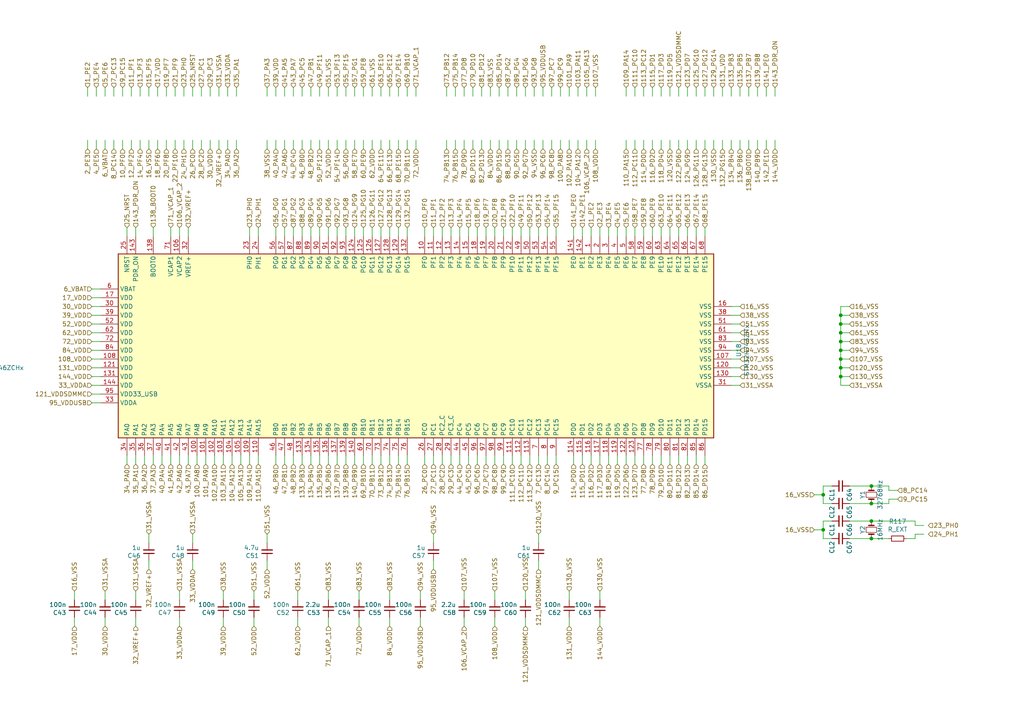
<source format=kicad_sch>
(kicad_sch (version 20210621) (generator eeschema)
  (paper "A4")
  (junction (at 238.76 143.51) (diameter 0.9144))
  (junction (at 238.76 153.67) (diameter 0.9144))
  (junction (at 243.84 91.44) (diameter 0.9144))
  (junction (at 243.84 93.98) (diameter 0.9144))
  (junction (at 243.84 96.52) (diameter 0.9144))
  (junction (at 243.84 99.06) (diameter 0.9144))
  (junction (at 243.84 101.6) (diameter 0.9144))
  (junction (at 243.84 104.14) (diameter 0.9144))
  (junction (at 243.84 106.68) (diameter 0.9144))
  (junction (at 243.84 109.22) (diameter 0.9144))
  (junction (at 252.73 140.97) (diameter 0.9144))
  (junction (at 252.73 146.05) (diameter 0.9144))
  (junction (at 252.73 151.13) (diameter 0.9144))
  (junction (at 252.73 156.21) (diameter 0.9144))
  (wire (pts (xy 21.59 173.99) (xy 21.59 171.45)))
  (wire (pts (xy 21.59 181.61) (xy 21.59 179.07)))
  (wire (pts (xy 25.4 25.4) (xy 25.4 27.94)))
  (wire (pts (xy 25.4 43.18) (xy 25.4 40.64)))
  (wire (pts (xy 26.67 83.82) (xy 29.21 83.82)))
  (wire (pts (xy 26.67 86.36) (xy 29.21 86.36)))
  (wire (pts (xy 26.67 88.9) (xy 29.21 88.9)))
  (wire (pts (xy 26.67 91.44) (xy 29.21 91.44)))
  (wire (pts (xy 26.67 93.98) (xy 29.21 93.98)))
  (wire (pts (xy 26.67 96.52) (xy 29.21 96.52)))
  (wire (pts (xy 26.67 99.06) (xy 29.21 99.06)))
  (wire (pts (xy 26.67 101.6) (xy 29.21 101.6)))
  (wire (pts (xy 26.67 104.14) (xy 29.21 104.14)))
  (wire (pts (xy 26.67 106.68) (xy 29.21 106.68)))
  (wire (pts (xy 26.67 109.22) (xy 29.21 109.22)))
  (wire (pts (xy 26.67 111.76) (xy 29.21 111.76)))
  (wire (pts (xy 26.67 114.3) (xy 29.21 114.3)))
  (wire (pts (xy 26.67 116.84) (xy 29.21 116.84)))
  (wire (pts (xy 27.94 25.4) (xy 27.94 27.94)))
  (wire (pts (xy 27.94 43.18) (xy 27.94 40.64)))
  (wire (pts (xy 30.48 25.4) (xy 30.48 27.94)))
  (wire (pts (xy 30.48 43.18) (xy 30.48 40.64)))
  (wire (pts (xy 30.48 173.99) (xy 30.48 171.45)))
  (wire (pts (xy 30.48 181.61) (xy 30.48 179.07)))
  (wire (pts (xy 33.02 25.4) (xy 33.02 27.94)))
  (wire (pts (xy 33.02 43.18) (xy 33.02 40.64)))
  (wire (pts (xy 35.56 25.4) (xy 35.56 27.94)))
  (wire (pts (xy 35.56 43.18) (xy 35.56 40.64)))
  (wire (pts (xy 36.83 66.04) (xy 36.83 68.58)))
  (wire (pts (xy 36.83 134.62) (xy 36.83 132.08)))
  (wire (pts (xy 38.1 25.4) (xy 38.1 27.94)))
  (wire (pts (xy 38.1 43.18) (xy 38.1 40.64)))
  (wire (pts (xy 39.37 66.04) (xy 39.37 68.58)))
  (wire (pts (xy 39.37 134.62) (xy 39.37 132.08)))
  (wire (pts (xy 39.37 173.99) (xy 39.37 171.45)))
  (wire (pts (xy 39.37 181.61) (xy 39.37 179.07)))
  (wire (pts (xy 40.64 25.4) (xy 40.64 27.94)))
  (wire (pts (xy 40.64 43.18) (xy 40.64 40.64)))
  (wire (pts (xy 41.91 134.62) (xy 41.91 132.08)))
  (wire (pts (xy 43.18 25.4) (xy 43.18 27.94)))
  (wire (pts (xy 43.18 43.18) (xy 43.18 40.64)))
  (wire (pts (xy 43.18 157.48) (xy 43.18 154.94)))
  (wire (pts (xy 43.18 165.1) (xy 43.18 162.56)))
  (wire (pts (xy 44.45 66.04) (xy 44.45 68.58)))
  (wire (pts (xy 44.45 134.62) (xy 44.45 132.08)))
  (wire (pts (xy 45.72 25.4) (xy 45.72 27.94)))
  (wire (pts (xy 45.72 43.18) (xy 45.72 40.64)))
  (wire (pts (xy 46.99 134.62) (xy 46.99 132.08)))
  (wire (pts (xy 48.26 25.4) (xy 48.26 27.94)))
  (wire (pts (xy 48.26 43.18) (xy 48.26 40.64)))
  (wire (pts (xy 49.53 66.04) (xy 49.53 68.58)))
  (wire (pts (xy 49.53 134.62) (xy 49.53 132.08)))
  (wire (pts (xy 50.8 25.4) (xy 50.8 27.94)))
  (wire (pts (xy 50.8 43.18) (xy 50.8 40.64)))
  (wire (pts (xy 52.07 66.04) (xy 52.07 68.58)))
  (wire (pts (xy 52.07 134.62) (xy 52.07 132.08)))
  (wire (pts (xy 52.07 173.99) (xy 52.07 171.45)))
  (wire (pts (xy 52.07 181.61) (xy 52.07 179.07)))
  (wire (pts (xy 53.34 25.4) (xy 53.34 27.94)))
  (wire (pts (xy 53.34 43.18) (xy 53.34 40.64)))
  (wire (pts (xy 54.61 66.04) (xy 54.61 68.58)))
  (wire (pts (xy 54.61 134.62) (xy 54.61 132.08)))
  (wire (pts (xy 55.88 25.4) (xy 55.88 27.94)))
  (wire (pts (xy 55.88 43.18) (xy 55.88 40.64)))
  (wire (pts (xy 55.88 157.48) (xy 55.88 154.94)))
  (wire (pts (xy 55.88 165.1) (xy 55.88 162.56)))
  (wire (pts (xy 57.15 134.62) (xy 57.15 132.08)))
  (wire (pts (xy 58.42 25.4) (xy 58.42 27.94)))
  (wire (pts (xy 58.42 43.18) (xy 58.42 40.64)))
  (wire (pts (xy 59.69 134.62) (xy 59.69 132.08)))
  (wire (pts (xy 60.96 25.4) (xy 60.96 27.94)))
  (wire (pts (xy 60.96 43.18) (xy 60.96 40.64)))
  (wire (pts (xy 62.23 134.62) (xy 62.23 132.08)))
  (wire (pts (xy 63.5 25.4) (xy 63.5 27.94)))
  (wire (pts (xy 63.5 43.18) (xy 63.5 40.64)))
  (wire (pts (xy 64.77 134.62) (xy 64.77 132.08)))
  (wire (pts (xy 64.77 173.99) (xy 64.77 171.45)))
  (wire (pts (xy 64.77 181.61) (xy 64.77 179.07)))
  (wire (pts (xy 66.04 25.4) (xy 66.04 27.94)))
  (wire (pts (xy 66.04 43.18) (xy 66.04 40.64)))
  (wire (pts (xy 67.31 134.62) (xy 67.31 132.08)))
  (wire (pts (xy 68.58 25.4) (xy 68.58 27.94)))
  (wire (pts (xy 68.58 43.18) (xy 68.58 40.64)))
  (wire (pts (xy 69.85 134.62) (xy 69.85 132.08)))
  (wire (pts (xy 72.39 66.04) (xy 72.39 68.58)))
  (wire (pts (xy 72.39 134.62) (xy 72.39 132.08)))
  (wire (pts (xy 73.66 173.99) (xy 73.66 171.45)))
  (wire (pts (xy 73.66 181.61) (xy 73.66 179.07)))
  (wire (pts (xy 74.93 66.04) (xy 74.93 68.58)))
  (wire (pts (xy 74.93 134.62) (xy 74.93 132.08)))
  (wire (pts (xy 77.47 25.4) (xy 77.47 27.94)))
  (wire (pts (xy 77.47 43.18) (xy 77.47 40.64)))
  (wire (pts (xy 77.47 157.48) (xy 77.47 154.94)))
  (wire (pts (xy 77.47 165.1) (xy 77.47 162.56)))
  (wire (pts (xy 80.01 25.4) (xy 80.01 27.94)))
  (wire (pts (xy 80.01 43.18) (xy 80.01 40.64)))
  (wire (pts (xy 80.01 66.04) (xy 80.01 68.58)))
  (wire (pts (xy 80.01 134.62) (xy 80.01 132.08)))
  (wire (pts (xy 82.55 25.4) (xy 82.55 27.94)))
  (wire (pts (xy 82.55 43.18) (xy 82.55 40.64)))
  (wire (pts (xy 82.55 66.04) (xy 82.55 68.58)))
  (wire (pts (xy 82.55 134.62) (xy 82.55 132.08)))
  (wire (pts (xy 85.09 25.4) (xy 85.09 27.94)))
  (wire (pts (xy 85.09 43.18) (xy 85.09 40.64)))
  (wire (pts (xy 85.09 66.04) (xy 85.09 68.58)))
  (wire (pts (xy 85.09 134.62) (xy 85.09 132.08)))
  (wire (pts (xy 86.36 173.99) (xy 86.36 171.45)))
  (wire (pts (xy 86.36 181.61) (xy 86.36 179.07)))
  (wire (pts (xy 87.63 25.4) (xy 87.63 27.94)))
  (wire (pts (xy 87.63 43.18) (xy 87.63 40.64)))
  (wire (pts (xy 87.63 66.04) (xy 87.63 68.58)))
  (wire (pts (xy 87.63 134.62) (xy 87.63 132.08)))
  (wire (pts (xy 90.17 25.4) (xy 90.17 27.94)))
  (wire (pts (xy 90.17 43.18) (xy 90.17 40.64)))
  (wire (pts (xy 90.17 66.04) (xy 90.17 68.58)))
  (wire (pts (xy 90.17 134.62) (xy 90.17 132.08)))
  (wire (pts (xy 92.71 25.4) (xy 92.71 27.94)))
  (wire (pts (xy 92.71 43.18) (xy 92.71 40.64)))
  (wire (pts (xy 92.71 66.04) (xy 92.71 68.58)))
  (wire (pts (xy 92.71 134.62) (xy 92.71 132.08)))
  (wire (pts (xy 95.25 25.4) (xy 95.25 27.94)))
  (wire (pts (xy 95.25 43.18) (xy 95.25 40.64)))
  (wire (pts (xy 95.25 66.04) (xy 95.25 68.58)))
  (wire (pts (xy 95.25 134.62) (xy 95.25 132.08)))
  (wire (pts (xy 95.25 173.99) (xy 95.25 171.45)))
  (wire (pts (xy 95.25 181.61) (xy 95.25 179.07)))
  (wire (pts (xy 97.79 25.4) (xy 97.79 27.94)))
  (wire (pts (xy 97.79 43.18) (xy 97.79 40.64)))
  (wire (pts (xy 97.79 66.04) (xy 97.79 68.58)))
  (wire (pts (xy 97.79 134.62) (xy 97.79 132.08)))
  (wire (pts (xy 100.33 25.4) (xy 100.33 27.94)))
  (wire (pts (xy 100.33 43.18) (xy 100.33 40.64)))
  (wire (pts (xy 100.33 66.04) (xy 100.33 68.58)))
  (wire (pts (xy 100.33 134.62) (xy 100.33 132.08)))
  (wire (pts (xy 102.87 25.4) (xy 102.87 27.94)))
  (wire (pts (xy 102.87 43.18) (xy 102.87 40.64)))
  (wire (pts (xy 102.87 66.04) (xy 102.87 68.58)))
  (wire (pts (xy 102.87 134.62) (xy 102.87 132.08)))
  (wire (pts (xy 104.14 173.99) (xy 104.14 171.45)))
  (wire (pts (xy 104.14 181.61) (xy 104.14 179.07)))
  (wire (pts (xy 105.41 25.4) (xy 105.41 27.94)))
  (wire (pts (xy 105.41 43.18) (xy 105.41 40.64)))
  (wire (pts (xy 105.41 66.04) (xy 105.41 68.58)))
  (wire (pts (xy 105.41 134.62) (xy 105.41 132.08)))
  (wire (pts (xy 107.95 25.4) (xy 107.95 27.94)))
  (wire (pts (xy 107.95 43.18) (xy 107.95 40.64)))
  (wire (pts (xy 107.95 66.04) (xy 107.95 68.58)))
  (wire (pts (xy 107.95 134.62) (xy 107.95 132.08)))
  (wire (pts (xy 110.49 25.4) (xy 110.49 27.94)))
  (wire (pts (xy 110.49 43.18) (xy 110.49 40.64)))
  (wire (pts (xy 110.49 66.04) (xy 110.49 68.58)))
  (wire (pts (xy 110.49 134.62) (xy 110.49 132.08)))
  (wire (pts (xy 113.03 25.4) (xy 113.03 27.94)))
  (wire (pts (xy 113.03 43.18) (xy 113.03 40.64)))
  (wire (pts (xy 113.03 66.04) (xy 113.03 68.58)))
  (wire (pts (xy 113.03 134.62) (xy 113.03 132.08)))
  (wire (pts (xy 113.03 173.99) (xy 113.03 171.45)))
  (wire (pts (xy 113.03 181.61) (xy 113.03 179.07)))
  (wire (pts (xy 115.57 25.4) (xy 115.57 27.94)))
  (wire (pts (xy 115.57 43.18) (xy 115.57 40.64)))
  (wire (pts (xy 115.57 66.04) (xy 115.57 68.58)))
  (wire (pts (xy 115.57 134.62) (xy 115.57 132.08)))
  (wire (pts (xy 118.11 25.4) (xy 118.11 27.94)))
  (wire (pts (xy 118.11 43.18) (xy 118.11 40.64)))
  (wire (pts (xy 118.11 66.04) (xy 118.11 68.58)))
  (wire (pts (xy 118.11 134.62) (xy 118.11 132.08)))
  (wire (pts (xy 120.65 25.4) (xy 120.65 27.94)))
  (wire (pts (xy 120.65 43.18) (xy 120.65 40.64)))
  (wire (pts (xy 121.92 173.99) (xy 121.92 171.45)))
  (wire (pts (xy 121.92 181.61) (xy 121.92 179.07)))
  (wire (pts (xy 123.19 66.04) (xy 123.19 68.58)))
  (wire (pts (xy 123.19 134.62) (xy 123.19 132.08)))
  (wire (pts (xy 125.73 66.04) (xy 125.73 68.58)))
  (wire (pts (xy 125.73 134.62) (xy 125.73 132.08)))
  (wire (pts (xy 125.73 157.48) (xy 125.73 154.94)))
  (wire (pts (xy 125.73 165.1) (xy 125.73 162.56)))
  (wire (pts (xy 128.27 66.04) (xy 128.27 68.58)))
  (wire (pts (xy 128.27 134.62) (xy 128.27 132.08)))
  (wire (pts (xy 129.54 25.4) (xy 129.54 27.94)))
  (wire (pts (xy 129.54 43.18) (xy 129.54 40.64)))
  (wire (pts (xy 130.81 66.04) (xy 130.81 68.58)))
  (wire (pts (xy 130.81 134.62) (xy 130.81 132.08)))
  (wire (pts (xy 132.08 25.4) (xy 132.08 27.94)))
  (wire (pts (xy 132.08 43.18) (xy 132.08 40.64)))
  (wire (pts (xy 133.35 66.04) (xy 133.35 68.58)))
  (wire (pts (xy 133.35 134.62) (xy 133.35 132.08)))
  (wire (pts (xy 134.62 25.4) (xy 134.62 27.94)))
  (wire (pts (xy 134.62 43.18) (xy 134.62 40.64)))
  (wire (pts (xy 134.62 173.99) (xy 134.62 171.45)))
  (wire (pts (xy 134.62 181.61) (xy 134.62 179.07)))
  (wire (pts (xy 135.89 66.04) (xy 135.89 68.58)))
  (wire (pts (xy 135.89 134.62) (xy 135.89 132.08)))
  (wire (pts (xy 137.16 25.4) (xy 137.16 27.94)))
  (wire (pts (xy 137.16 43.18) (xy 137.16 40.64)))
  (wire (pts (xy 138.43 66.04) (xy 138.43 68.58)))
  (wire (pts (xy 138.43 134.62) (xy 138.43 132.08)))
  (wire (pts (xy 139.7 25.4) (xy 139.7 27.94)))
  (wire (pts (xy 139.7 43.18) (xy 139.7 40.64)))
  (wire (pts (xy 140.97 66.04) (xy 140.97 68.58)))
  (wire (pts (xy 140.97 134.62) (xy 140.97 132.08)))
  (wire (pts (xy 142.24 25.4) (xy 142.24 27.94)))
  (wire (pts (xy 142.24 43.18) (xy 142.24 40.64)))
  (wire (pts (xy 143.51 66.04) (xy 143.51 68.58)))
  (wire (pts (xy 143.51 134.62) (xy 143.51 132.08)))
  (wire (pts (xy 143.51 173.99) (xy 143.51 171.45)))
  (wire (pts (xy 143.51 181.61) (xy 143.51 179.07)))
  (wire (pts (xy 144.78 25.4) (xy 144.78 27.94)))
  (wire (pts (xy 144.78 43.18) (xy 144.78 40.64)))
  (wire (pts (xy 146.05 66.04) (xy 146.05 68.58)))
  (wire (pts (xy 146.05 134.62) (xy 146.05 132.08)))
  (wire (pts (xy 147.32 25.4) (xy 147.32 27.94)))
  (wire (pts (xy 147.32 43.18) (xy 147.32 40.64)))
  (wire (pts (xy 148.59 66.04) (xy 148.59 68.58)))
  (wire (pts (xy 148.59 134.62) (xy 148.59 132.08)))
  (wire (pts (xy 149.86 25.4) (xy 149.86 27.94)))
  (wire (pts (xy 149.86 43.18) (xy 149.86 40.64)))
  (wire (pts (xy 151.13 66.04) (xy 151.13 68.58)))
  (wire (pts (xy 151.13 134.62) (xy 151.13 132.08)))
  (wire (pts (xy 152.4 25.4) (xy 152.4 27.94)))
  (wire (pts (xy 152.4 43.18) (xy 152.4 40.64)))
  (wire (pts (xy 152.4 173.99) (xy 152.4 171.45)))
  (wire (pts (xy 152.4 181.61) (xy 152.4 179.07)))
  (wire (pts (xy 153.67 66.04) (xy 153.67 68.58)))
  (wire (pts (xy 153.67 134.62) (xy 153.67 132.08)))
  (wire (pts (xy 154.94 25.4) (xy 154.94 27.94)))
  (wire (pts (xy 154.94 40.64) (xy 154.94 43.18)))
  (wire (pts (xy 156.21 66.04) (xy 156.21 68.58)))
  (wire (pts (xy 156.21 134.62) (xy 156.21 132.08)))
  (wire (pts (xy 156.21 157.48) (xy 156.21 154.94)))
  (wire (pts (xy 156.21 165.1) (xy 156.21 162.56)))
  (wire (pts (xy 157.48 25.4) (xy 157.48 27.94)))
  (wire (pts (xy 157.48 43.18) (xy 157.48 40.64)))
  (wire (pts (xy 158.75 66.04) (xy 158.75 68.58)))
  (wire (pts (xy 158.75 134.62) (xy 158.75 132.08)))
  (wire (pts (xy 160.02 25.4) (xy 160.02 27.94)))
  (wire (pts (xy 160.02 43.18) (xy 160.02 40.64)))
  (wire (pts (xy 161.29 66.04) (xy 161.29 68.58)))
  (wire (pts (xy 161.29 134.62) (xy 161.29 132.08)))
  (wire (pts (xy 162.56 25.4) (xy 162.56 27.94)))
  (wire (pts (xy 162.56 43.18) (xy 162.56 40.64)))
  (wire (pts (xy 165.1 25.4) (xy 165.1 27.94)))
  (wire (pts (xy 165.1 43.18) (xy 165.1 40.64)))
  (wire (pts (xy 165.1 173.99) (xy 165.1 171.45)))
  (wire (pts (xy 165.1 181.61) (xy 165.1 179.07)))
  (wire (pts (xy 166.37 66.04) (xy 166.37 68.58)))
  (wire (pts (xy 166.37 134.62) (xy 166.37 132.08)))
  (wire (pts (xy 167.64 25.4) (xy 167.64 27.94)))
  (wire (pts (xy 167.64 43.18) (xy 167.64 40.64)))
  (wire (pts (xy 168.91 66.04) (xy 168.91 68.58)))
  (wire (pts (xy 168.91 134.62) (xy 168.91 132.08)))
  (wire (pts (xy 170.18 25.4) (xy 170.18 27.94)))
  (wire (pts (xy 170.18 43.18) (xy 170.18 40.64)))
  (wire (pts (xy 171.45 66.04) (xy 171.45 68.58)))
  (wire (pts (xy 171.45 134.62) (xy 171.45 132.08)))
  (wire (pts (xy 172.72 25.4) (xy 172.72 27.94)))
  (wire (pts (xy 172.72 43.18) (xy 172.72 40.64)))
  (wire (pts (xy 173.99 66.04) (xy 173.99 68.58)))
  (wire (pts (xy 173.99 134.62) (xy 173.99 132.08)))
  (wire (pts (xy 173.99 173.99) (xy 173.99 171.45)))
  (wire (pts (xy 173.99 181.61) (xy 173.99 179.07)))
  (wire (pts (xy 176.53 66.04) (xy 176.53 68.58)))
  (wire (pts (xy 176.53 134.62) (xy 176.53 132.08)))
  (wire (pts (xy 179.07 66.04) (xy 179.07 68.58)))
  (wire (pts (xy 179.07 134.62) (xy 179.07 132.08)))
  (wire (pts (xy 181.61 25.4) (xy 181.61 27.94)))
  (wire (pts (xy 181.61 43.18) (xy 181.61 40.64)))
  (wire (pts (xy 181.61 66.04) (xy 181.61 68.58)))
  (wire (pts (xy 181.61 134.62) (xy 181.61 132.08)))
  (wire (pts (xy 184.15 25.4) (xy 184.15 27.94)))
  (wire (pts (xy 184.15 43.18) (xy 184.15 40.64)))
  (wire (pts (xy 184.15 66.04) (xy 184.15 68.58)))
  (wire (pts (xy 184.15 134.62) (xy 184.15 132.08)))
  (wire (pts (xy 186.69 25.4) (xy 186.69 27.94)))
  (wire (pts (xy 186.69 43.18) (xy 186.69 40.64)))
  (wire (pts (xy 186.69 66.04) (xy 186.69 68.58)))
  (wire (pts (xy 186.69 134.62) (xy 186.69 132.08)))
  (wire (pts (xy 189.23 25.4) (xy 189.23 27.94)))
  (wire (pts (xy 189.23 43.18) (xy 189.23 40.64)))
  (wire (pts (xy 189.23 66.04) (xy 189.23 68.58)))
  (wire (pts (xy 189.23 134.62) (xy 189.23 132.08)))
  (wire (pts (xy 191.77 25.4) (xy 191.77 27.94)))
  (wire (pts (xy 191.77 43.18) (xy 191.77 40.64)))
  (wire (pts (xy 191.77 66.04) (xy 191.77 68.58)))
  (wire (pts (xy 191.77 134.62) (xy 191.77 132.08)))
  (wire (pts (xy 194.31 25.4) (xy 194.31 27.94)))
  (wire (pts (xy 194.31 40.64) (xy 194.31 43.18)))
  (wire (pts (xy 194.31 66.04) (xy 194.31 68.58)))
  (wire (pts (xy 194.31 134.62) (xy 194.31 132.08)))
  (wire (pts (xy 196.85 25.4) (xy 196.85 27.94)))
  (wire (pts (xy 196.85 43.18) (xy 196.85 40.64)))
  (wire (pts (xy 196.85 66.04) (xy 196.85 68.58)))
  (wire (pts (xy 196.85 134.62) (xy 196.85 132.08)))
  (wire (pts (xy 199.39 25.4) (xy 199.39 27.94)))
  (wire (pts (xy 199.39 43.18) (xy 199.39 40.64)))
  (wire (pts (xy 199.39 66.04) (xy 199.39 68.58)))
  (wire (pts (xy 199.39 134.62) (xy 199.39 132.08)))
  (wire (pts (xy 201.93 25.4) (xy 201.93 27.94)))
  (wire (pts (xy 201.93 43.18) (xy 201.93 40.64)))
  (wire (pts (xy 201.93 66.04) (xy 201.93 68.58)))
  (wire (pts (xy 201.93 134.62) (xy 201.93 132.08)))
  (wire (pts (xy 204.47 25.4) (xy 204.47 27.94)))
  (wire (pts (xy 204.47 43.18) (xy 204.47 40.64)))
  (wire (pts (xy 204.47 66.04) (xy 204.47 68.58)))
  (wire (pts (xy 204.47 134.62) (xy 204.47 132.08)))
  (wire (pts (xy 207.01 25.4) (xy 207.01 27.94)))
  (wire (pts (xy 207.01 40.64) (xy 207.01 43.18)))
  (wire (pts (xy 209.55 25.4) (xy 209.55 27.94)))
  (wire (pts (xy 209.55 43.18) (xy 209.55 40.64)))
  (wire (pts (xy 212.09 25.4) (xy 212.09 27.94)))
  (wire (pts (xy 212.09 43.18) (xy 212.09 40.64)))
  (wire (pts (xy 212.09 88.9) (xy 214.63 88.9)))
  (wire (pts (xy 212.09 91.44) (xy 214.63 91.44)))
  (wire (pts (xy 212.09 93.98) (xy 214.63 93.98)))
  (wire (pts (xy 212.09 96.52) (xy 214.63 96.52)))
  (wire (pts (xy 212.09 99.06) (xy 214.63 99.06)))
  (wire (pts (xy 212.09 101.6) (xy 214.63 101.6)))
  (wire (pts (xy 212.09 104.14) (xy 214.63 104.14)))
  (wire (pts (xy 212.09 106.68) (xy 214.63 106.68)))
  (wire (pts (xy 212.09 109.22) (xy 214.63 109.22)))
  (wire (pts (xy 212.09 111.76) (xy 214.63 111.76)))
  (wire (pts (xy 214.63 25.4) (xy 214.63 27.94)))
  (wire (pts (xy 214.63 43.18) (xy 214.63 40.64)))
  (wire (pts (xy 217.17 25.4) (xy 217.17 27.94)))
  (wire (pts (xy 217.17 43.18) (xy 217.17 40.64)))
  (wire (pts (xy 219.71 25.4) (xy 219.71 27.94)))
  (wire (pts (xy 219.71 43.18) (xy 219.71 40.64)))
  (wire (pts (xy 222.25 25.4) (xy 222.25 27.94)))
  (wire (pts (xy 222.25 43.18) (xy 222.25 40.64)))
  (wire (pts (xy 224.79 25.4) (xy 224.79 27.94)))
  (wire (pts (xy 224.79 43.18) (xy 224.79 40.64)))
  (wire (pts (xy 238.76 140.97) (xy 238.76 143.51)))
  (wire (pts (xy 238.76 143.51) (xy 236.22 143.51)))
  (wire (pts (xy 238.76 143.51) (xy 238.76 146.05)))
  (wire (pts (xy 238.76 146.05) (xy 241.3 146.05)))
  (wire (pts (xy 238.76 151.13) (xy 241.3 151.13)))
  (wire (pts (xy 238.76 153.67) (xy 236.22 153.67)))
  (wire (pts (xy 238.76 153.67) (xy 238.76 151.13)))
  (wire (pts (xy 238.76 156.21) (xy 238.76 153.67)))
  (wire (pts (xy 241.3 140.97) (xy 238.76 140.97)))
  (wire (pts (xy 241.3 156.21) (xy 238.76 156.21)))
  (wire (pts (xy 243.84 88.9) (xy 243.84 91.44)))
  (wire (pts (xy 243.84 88.9) (xy 246.38 88.9)))
  (wire (pts (xy 243.84 91.44) (xy 243.84 93.98)))
  (wire (pts (xy 243.84 91.44) (xy 246.38 91.44)))
  (wire (pts (xy 243.84 93.98) (xy 243.84 96.52)))
  (wire (pts (xy 243.84 93.98) (xy 246.38 93.98)))
  (wire (pts (xy 243.84 96.52) (xy 243.84 99.06)))
  (wire (pts (xy 243.84 96.52) (xy 246.38 96.52)))
  (wire (pts (xy 243.84 99.06) (xy 243.84 101.6)))
  (wire (pts (xy 243.84 99.06) (xy 246.38 99.06)))
  (wire (pts (xy 243.84 101.6) (xy 243.84 104.14)))
  (wire (pts (xy 243.84 101.6) (xy 246.38 101.6)))
  (wire (pts (xy 243.84 104.14) (xy 243.84 106.68)))
  (wire (pts (xy 243.84 104.14) (xy 246.38 104.14)))
  (wire (pts (xy 243.84 106.68) (xy 243.84 109.22)))
  (wire (pts (xy 243.84 106.68) (xy 246.38 106.68)))
  (wire (pts (xy 243.84 109.22) (xy 243.84 111.76)))
  (wire (pts (xy 243.84 109.22) (xy 246.38 109.22)))
  (wire (pts (xy 243.84 111.76) (xy 246.38 111.76)))
  (wire (pts (xy 246.38 140.97) (xy 252.73 140.97)))
  (wire (pts (xy 246.38 146.05) (xy 252.73 146.05)))
  (wire (pts (xy 246.38 151.13) (xy 252.73 151.13)))
  (wire (pts (xy 246.38 156.21) (xy 252.73 156.21)))
  (wire (pts (xy 252.73 140.97) (xy 257.81 140.97)))
  (wire (pts (xy 252.73 146.05) (xy 257.81 146.05)))
  (wire (pts (xy 252.73 151.13) (xy 265.43 151.13)))
  (wire (pts (xy 252.73 156.21) (xy 257.81 156.21)))
  (wire (pts (xy 257.81 142.24) (xy 257.81 140.97)))
  (wire (pts (xy 257.81 146.05) (xy 257.81 144.78)))
  (wire (pts (xy 260.35 142.24) (xy 257.81 142.24)))
  (wire (pts (xy 260.35 144.78) (xy 257.81 144.78)))
  (wire (pts (xy 265.43 151.13) (xy 265.43 152.4)))
  (wire (pts (xy 265.43 154.94) (xy 265.43 156.21)))
  (wire (pts (xy 265.43 156.21) (xy 262.89 156.21)))
  (wire (pts (xy 267.97 152.4) (xy 265.43 152.4)))
  (wire (pts (xy 267.97 154.94) (xy 265.43 154.94)))
  (hierarchical_label "16_VSS" (shape input) (at 21.59 171.45 90))
  (hierarchical_label "17_VDD" (shape input) (at 21.59 181.61 270))
  (hierarchical_label "1_PE2" (shape input) (at 25.4 25.4 90))
  (hierarchical_label "2_PE3" (shape input) (at 25.4 43.18 270))
  (hierarchical_label "6_VBAT" (shape input) (at 26.67 83.82 180))
  (hierarchical_label "17_VDD" (shape input) (at 26.67 86.36 180))
  (hierarchical_label "30_VDD" (shape input) (at 26.67 88.9 180))
  (hierarchical_label "39_VDD" (shape input) (at 26.67 91.44 180))
  (hierarchical_label "52_VDD" (shape input) (at 26.67 93.98 180))
  (hierarchical_label "62_VDD" (shape input) (at 26.67 96.52 180))
  (hierarchical_label "72_VDD" (shape input) (at 26.67 99.06 180))
  (hierarchical_label "84_VDD" (shape input) (at 26.67 101.6 180))
  (hierarchical_label "108_VDD" (shape input) (at 26.67 104.14 180))
  (hierarchical_label "131_VDD" (shape input) (at 26.67 106.68 180))
  (hierarchical_label "144_VDD" (shape input) (at 26.67 109.22 180))
  (hierarchical_label "33_VDDA" (shape input) (at 26.67 111.76 180))
  (hierarchical_label "121_VDDSDMMC" (shape input) (at 26.67 114.3 180))
  (hierarchical_label "95_VDDUSB" (shape input) (at 26.67 116.84 180))
  (hierarchical_label "3_PE4" (shape input) (at 27.94 25.4 90))
  (hierarchical_label "4_PE5" (shape input) (at 27.94 43.18 270))
  (hierarchical_label "5_PE6" (shape input) (at 30.48 25.4 90))
  (hierarchical_label "6_VBAT" (shape input) (at 30.48 43.18 270))
  (hierarchical_label "31_VSSA" (shape input) (at 30.48 171.45 90))
  (hierarchical_label "30_VDD" (shape input) (at 30.48 181.61 270))
  (hierarchical_label "7_PC13" (shape input) (at 33.02 25.4 90))
  (hierarchical_label "8_PC14" (shape input) (at 33.02 43.18 270))
  (hierarchical_label "9_PC15" (shape input) (at 35.56 25.4 90))
  (hierarchical_label "10_PF0" (shape input) (at 35.56 43.18 270))
  (hierarchical_label "25_NRST" (shape input) (at 36.83 66.04 90))
  (hierarchical_label "34_PA0" (shape input) (at 36.83 134.62 270))
  (hierarchical_label "11_PF1" (shape input) (at 38.1 25.4 90))
  (hierarchical_label "12_PF2" (shape input) (at 38.1 43.18 270))
  (hierarchical_label "143_PDR_ON" (shape input) (at 39.37 66.04 90))
  (hierarchical_label "35_PA1" (shape input) (at 39.37 134.62 270))
  (hierarchical_label "31_VSSA" (shape input) (at 39.37 171.45 90))
  (hierarchical_label "32_VREF+" (shape input) (at 39.37 181.61 270))
  (hierarchical_label "13_PF3" (shape input) (at 40.64 25.4 90))
  (hierarchical_label "14_PF4" (shape input) (at 40.64 43.18 270))
  (hierarchical_label "36_PA2" (shape input) (at 41.91 134.62 270))
  (hierarchical_label "15_PF5" (shape input) (at 43.18 25.4 90))
  (hierarchical_label "16_VSS" (shape input) (at 43.18 43.18 270))
  (hierarchical_label "31_VSSA" (shape input) (at 43.18 154.94 90))
  (hierarchical_label "32_VREF+" (shape input) (at 43.18 165.1 270))
  (hierarchical_label "138_BOOT0" (shape input) (at 44.45 66.04 90))
  (hierarchical_label "37_PA3" (shape input) (at 44.45 134.62 270))
  (hierarchical_label "17_VDD" (shape input) (at 45.72 25.4 90))
  (hierarchical_label "18_PF6" (shape input) (at 45.72 43.18 270))
  (hierarchical_label "40_PA4" (shape input) (at 46.99 134.62 270))
  (hierarchical_label "19_PF7" (shape input) (at 48.26 25.4 90))
  (hierarchical_label "20_PF8" (shape input) (at 48.26 43.18 270))
  (hierarchical_label "71_VCAP_1" (shape input) (at 49.53 66.04 90))
  (hierarchical_label "41_PA5" (shape input) (at 49.53 134.62 270))
  (hierarchical_label "21_PF9" (shape input) (at 50.8 25.4 90))
  (hierarchical_label "22_PF10" (shape input) (at 50.8 43.18 270))
  (hierarchical_label "106_VCAP_2" (shape input) (at 52.07 66.04 90))
  (hierarchical_label "42_PA6" (shape input) (at 52.07 134.62 270))
  (hierarchical_label "31_VSSA" (shape input) (at 52.07 171.45 90))
  (hierarchical_label "33_VDDA" (shape input) (at 52.07 181.61 270))
  (hierarchical_label "23_PH0" (shape input) (at 53.34 25.4 90))
  (hierarchical_label "24_PH1" (shape input) (at 53.34 43.18 270))
  (hierarchical_label "32_VREF+" (shape input) (at 54.61 66.04 90))
  (hierarchical_label "43_PA7" (shape input) (at 54.61 134.62 270))
  (hierarchical_label "25_NRST" (shape input) (at 55.88 25.4 90))
  (hierarchical_label "26_PC0" (shape input) (at 55.88 43.18 270))
  (hierarchical_label "31_VSSA" (shape input) (at 55.88 154.94 90))
  (hierarchical_label "33_VDDA" (shape input) (at 55.88 165.1 270))
  (hierarchical_label "100_PA8" (shape input) (at 57.15 134.62 270))
  (hierarchical_label "27_PC1" (shape input) (at 58.42 25.4 90))
  (hierarchical_label "28_PC2" (shape input) (at 58.42 43.18 270))
  (hierarchical_label "101_PA9" (shape input) (at 59.69 134.62 270))
  (hierarchical_label "29_PC3" (shape input) (at 60.96 25.4 90))
  (hierarchical_label "30_VDD" (shape input) (at 60.96 43.18 270))
  (hierarchical_label "102_PA10" (shape input) (at 62.23 134.62 270))
  (hierarchical_label "31_VSSA" (shape input) (at 63.5 25.4 90))
  (hierarchical_label "32_VREF+" (shape input) (at 63.5 43.18 270))
  (hierarchical_label "103_PA11" (shape input) (at 64.77 134.62 270))
  (hierarchical_label "38_VSS" (shape input) (at 64.77 171.45 90))
  (hierarchical_label "39_VDD" (shape input) (at 64.77 181.61 270))
  (hierarchical_label "33_VDDA" (shape input) (at 66.04 25.4 90))
  (hierarchical_label "34_PA0" (shape input) (at 66.04 43.18 270))
  (hierarchical_label "104_PA12" (shape input) (at 67.31 134.62 270))
  (hierarchical_label "35_PA1" (shape input) (at 68.58 25.4 90))
  (hierarchical_label "36_PA2" (shape input) (at 68.58 43.18 270))
  (hierarchical_label "105_PA13" (shape input) (at 69.85 134.62 270))
  (hierarchical_label "23_PH0" (shape input) (at 72.39 66.04 90))
  (hierarchical_label "109_PA14" (shape input) (at 72.39 134.62 270))
  (hierarchical_label "51_VSS" (shape input) (at 73.66 171.45 90))
  (hierarchical_label "52_VDD" (shape input) (at 73.66 181.61 270))
  (hierarchical_label "24_PH1" (shape input) (at 74.93 66.04 90))
  (hierarchical_label "110_PA15" (shape input) (at 74.93 134.62 270))
  (hierarchical_label "37_PA3" (shape input) (at 77.47 25.4 90))
  (hierarchical_label "38_VSS" (shape input) (at 77.47 43.18 270))
  (hierarchical_label "51_VSS" (shape input) (at 77.47 154.94 90))
  (hierarchical_label "52_VDD" (shape input) (at 77.47 165.1 270))
  (hierarchical_label "39_VDD" (shape input) (at 80.01 25.4 90))
  (hierarchical_label "40_PA4" (shape input) (at 80.01 43.18 270))
  (hierarchical_label "56_PG0" (shape input) (at 80.01 66.04 90))
  (hierarchical_label "46_PB0" (shape input) (at 80.01 134.62 270))
  (hierarchical_label "41_PA5" (shape input) (at 82.55 25.4 90))
  (hierarchical_label "42_PA6" (shape input) (at 82.55 43.18 270))
  (hierarchical_label "57_PG1" (shape input) (at 82.55 66.04 90))
  (hierarchical_label "47_PB1" (shape input) (at 82.55 134.62 270))
  (hierarchical_label "43_PA7" (shape input) (at 85.09 25.4 90))
  (hierarchical_label "44_PC4" (shape input) (at 85.09 43.18 270))
  (hierarchical_label "87_PG2" (shape input) (at 85.09 66.04 90))
  (hierarchical_label "48_PB2" (shape input) (at 85.09 134.62 270))
  (hierarchical_label "61_VSS" (shape input) (at 86.36 171.45 90))
  (hierarchical_label "62_VDD" (shape input) (at 86.36 181.61 270))
  (hierarchical_label "45_PC5" (shape input) (at 87.63 25.4 90))
  (hierarchical_label "46_PB0" (shape input) (at 87.63 43.18 270))
  (hierarchical_label "88_PG3" (shape input) (at 87.63 66.04 90))
  (hierarchical_label "133_PB3" (shape input) (at 87.63 134.62 270))
  (hierarchical_label "47_PB1" (shape input) (at 90.17 25.4 90))
  (hierarchical_label "48_PB2" (shape input) (at 90.17 43.18 270))
  (hierarchical_label "89_PG4" (shape input) (at 90.17 66.04 90))
  (hierarchical_label "134_PB4" (shape input) (at 90.17 134.62 270))
  (hierarchical_label "49_PF11" (shape input) (at 92.71 25.4 90))
  (hierarchical_label "50_PF12" (shape input) (at 92.71 43.18 270))
  (hierarchical_label "90_PG5" (shape input) (at 92.71 66.04 90))
  (hierarchical_label "135_PB5" (shape input) (at 92.71 134.62 270))
  (hierarchical_label "51_VSS" (shape input) (at 95.25 25.4 90))
  (hierarchical_label "52_VDD" (shape input) (at 95.25 43.18 270))
  (hierarchical_label "91_PG6" (shape input) (at 95.25 66.04 90))
  (hierarchical_label "136_PB6" (shape input) (at 95.25 134.62 270))
  (hierarchical_label "83_VSS" (shape input) (at 95.25 171.45 90))
  (hierarchical_label "71_VCAP_1" (shape input) (at 95.25 181.61 270))
  (hierarchical_label "53_PF13" (shape input) (at 97.79 25.4 90))
  (hierarchical_label "54_PF14" (shape input) (at 97.79 43.18 270))
  (hierarchical_label "92_PG7" (shape input) (at 97.79 66.04 90))
  (hierarchical_label "137_PB7" (shape input) (at 97.79 134.62 270))
  (hierarchical_label "55_PF15" (shape input) (at 100.33 25.4 90))
  (hierarchical_label "56_PG0" (shape input) (at 100.33 43.18 270))
  (hierarchical_label "93_PG8" (shape input) (at 100.33 66.04 90))
  (hierarchical_label "139_PB8" (shape input) (at 100.33 134.62 270))
  (hierarchical_label "57_PG1" (shape input) (at 102.87 25.4 90))
  (hierarchical_label "58_PE7" (shape input) (at 102.87 43.18 270))
  (hierarchical_label "124_PG9" (shape input) (at 102.87 66.04 90))
  (hierarchical_label "140_PB9" (shape input) (at 102.87 134.62 270))
  (hierarchical_label "83_VSS" (shape input) (at 104.14 171.45 90))
  (hierarchical_label "72_VDD" (shape input) (at 104.14 181.61 270))
  (hierarchical_label "59_PE8" (shape input) (at 105.41 25.4 90))
  (hierarchical_label "60_PE9" (shape input) (at 105.41 43.18 270))
  (hierarchical_label "125_PG10" (shape input) (at 105.41 66.04 90))
  (hierarchical_label "69_PB10" (shape input) (at 105.41 134.62 270))
  (hierarchical_label "61_VSS" (shape input) (at 107.95 25.4 90))
  (hierarchical_label "62_VDD" (shape input) (at 107.95 43.18 270))
  (hierarchical_label "126_PG11" (shape input) (at 107.95 66.04 90))
  (hierarchical_label "70_PB11" (shape input) (at 107.95 134.62 270))
  (hierarchical_label "63_PE10" (shape input) (at 110.49 25.4 90))
  (hierarchical_label "64_PE11" (shape input) (at 110.49 43.18 270))
  (hierarchical_label "127_PG12" (shape input) (at 110.49 66.04 90))
  (hierarchical_label "73_PB12" (shape input) (at 110.49 134.62 270))
  (hierarchical_label "65_PE12" (shape input) (at 113.03 25.4 90))
  (hierarchical_label "66_PE13" (shape input) (at 113.03 43.18 270))
  (hierarchical_label "128_PG13" (shape input) (at 113.03 66.04 90))
  (hierarchical_label "74_PB13" (shape input) (at 113.03 134.62 270))
  (hierarchical_label "83_VSS" (shape input) (at 113.03 171.45 90))
  (hierarchical_label "84_VDD" (shape input) (at 113.03 181.61 270))
  (hierarchical_label "67_PE14" (shape input) (at 115.57 25.4 90))
  (hierarchical_label "68_PE15" (shape input) (at 115.57 43.18 270))
  (hierarchical_label "129_PG14" (shape input) (at 115.57 66.04 90))
  (hierarchical_label "75_PB14" (shape input) (at 115.57 134.62 270))
  (hierarchical_label "69_PB10" (shape input) (at 118.11 25.4 90))
  (hierarchical_label "70_PB11" (shape input) (at 118.11 43.18 270))
  (hierarchical_label "132_PG15" (shape input) (at 118.11 66.04 90))
  (hierarchical_label "76_PB15" (shape input) (at 118.11 134.62 270))
  (hierarchical_label "71_VCAP_1" (shape input) (at 120.65 25.4 90))
  (hierarchical_label "72_VDD" (shape input) (at 120.65 43.18 270))
  (hierarchical_label "94_VSS" (shape input) (at 121.92 171.45 90))
  (hierarchical_label "95_VDDUSB" (shape input) (at 121.92 181.61 270))
  (hierarchical_label "10_PF0" (shape input) (at 123.19 66.04 90))
  (hierarchical_label "26_PC0" (shape input) (at 123.19 134.62 270))
  (hierarchical_label "11_PF1" (shape input) (at 125.73 66.04 90))
  (hierarchical_label "27_PC1" (shape input) (at 125.73 134.62 270))
  (hierarchical_label "94_VSS" (shape input) (at 125.73 154.94 90))
  (hierarchical_label "95_VDDUSB" (shape input) (at 125.73 165.1 270))
  (hierarchical_label "12_PF2" (shape input) (at 128.27 66.04 90))
  (hierarchical_label "28_PC2" (shape input) (at 128.27 134.62 270))
  (hierarchical_label "73_PB12" (shape input) (at 129.54 25.4 90))
  (hierarchical_label "74_PB13" (shape input) (at 129.54 43.18 270))
  (hierarchical_label "13_PF3" (shape input) (at 130.81 66.04 90))
  (hierarchical_label "29_PC3" (shape input) (at 130.81 134.62 270))
  (hierarchical_label "75_PB14" (shape input) (at 132.08 25.4 90))
  (hierarchical_label "76_PB15" (shape input) (at 132.08 43.18 270))
  (hierarchical_label "14_PF4" (shape input) (at 133.35 66.04 90))
  (hierarchical_label "44_PC4" (shape input) (at 133.35 134.62 270))
  (hierarchical_label "77_PD8" (shape input) (at 134.62 25.4 90))
  (hierarchical_label "78_PD9" (shape input) (at 134.62 43.18 270))
  (hierarchical_label "107_VSS" (shape input) (at 134.62 171.45 90))
  (hierarchical_label "106_VCAP_2" (shape input) (at 134.62 181.61 270))
  (hierarchical_label "15_PF5" (shape input) (at 135.89 66.04 90))
  (hierarchical_label "45_PC5" (shape input) (at 135.89 134.62 270))
  (hierarchical_label "79_PD10" (shape input) (at 137.16 25.4 90))
  (hierarchical_label "80_PD11" (shape input) (at 137.16 43.18 270))
  (hierarchical_label "18_PF6" (shape input) (at 138.43 66.04 90))
  (hierarchical_label "96_PC6" (shape input) (at 138.43 134.62 270))
  (hierarchical_label "81_PD12" (shape input) (at 139.7 25.4 90))
  (hierarchical_label "82_PD13" (shape input) (at 139.7 43.18 270))
  (hierarchical_label "19_PF7" (shape input) (at 140.97 66.04 90))
  (hierarchical_label "97_PC7" (shape input) (at 140.97 134.62 270))
  (hierarchical_label "83_VSS" (shape input) (at 142.24 25.4 90))
  (hierarchical_label "84_VDD" (shape input) (at 142.24 43.18 270))
  (hierarchical_label "20_PF8" (shape input) (at 143.51 66.04 90))
  (hierarchical_label "98_PC8" (shape input) (at 143.51 134.62 270))
  (hierarchical_label "107_VSS" (shape input) (at 143.51 171.45 90))
  (hierarchical_label "108_VDD" (shape input) (at 143.51 181.61 270))
  (hierarchical_label "85_PD14" (shape input) (at 144.78 25.4 90))
  (hierarchical_label "86_PD15" (shape input) (at 144.78 43.18 270))
  (hierarchical_label "21_PF9" (shape input) (at 146.05 66.04 90))
  (hierarchical_label "99_PC9" (shape input) (at 146.05 134.62 270))
  (hierarchical_label "87_PG2" (shape input) (at 147.32 25.4 90))
  (hierarchical_label "88_PG3" (shape input) (at 147.32 43.18 270))
  (hierarchical_label "22_PF10" (shape input) (at 148.59 66.04 90))
  (hierarchical_label "111_PC10" (shape input) (at 148.59 134.62 270))
  (hierarchical_label "89_PG4" (shape input) (at 149.86 25.4 90))
  (hierarchical_label "90_PG5" (shape input) (at 149.86 43.18 270))
  (hierarchical_label "49_PF11" (shape input) (at 151.13 66.04 90))
  (hierarchical_label "112_PC11" (shape input) (at 151.13 134.62 270))
  (hierarchical_label "91_PG6" (shape input) (at 152.4 25.4 90))
  (hierarchical_label "92_PG7" (shape input) (at 152.4 43.18 270))
  (hierarchical_label "120_VSS" (shape input) (at 152.4 171.45 90))
  (hierarchical_label "121_VDDSDMMC" (shape input) (at 152.4 181.61 270))
  (hierarchical_label "50_PF12" (shape input) (at 153.67 66.04 90))
  (hierarchical_label "113_PC12" (shape input) (at 153.67 134.62 270))
  (hierarchical_label "93_PG8" (shape input) (at 154.94 25.4 90))
  (hierarchical_label "94_VSS" (shape input) (at 154.94 43.18 270))
  (hierarchical_label "53_PF13" (shape input) (at 156.21 66.04 90))
  (hierarchical_label "7_PC13" (shape input) (at 156.21 134.62 270))
  (hierarchical_label "120_VSS" (shape input) (at 156.21 154.94 90))
  (hierarchical_label "121_VDDSDMMC" (shape input) (at 156.21 165.1 270))
  (hierarchical_label "95_VDDUSB" (shape input) (at 157.48 25.4 90))
  (hierarchical_label "96_PC6" (shape input) (at 157.48 43.18 270))
  (hierarchical_label "54_PF14" (shape input) (at 158.75 66.04 90))
  (hierarchical_label "8_PC14" (shape input) (at 158.75 134.62 270))
  (hierarchical_label "97_PC7" (shape input) (at 160.02 25.4 90))
  (hierarchical_label "98_PC8" (shape input) (at 160.02 43.18 270))
  (hierarchical_label "55_PF15" (shape input) (at 161.29 66.04 90))
  (hierarchical_label "9_PC15" (shape input) (at 161.29 134.62 270))
  (hierarchical_label "99_PC9" (shape input) (at 162.56 25.4 90))
  (hierarchical_label "100_PA8" (shape input) (at 162.56 43.18 270))
  (hierarchical_label "101_PA9" (shape input) (at 165.1 25.4 90))
  (hierarchical_label "102_PA10" (shape input) (at 165.1 43.18 270))
  (hierarchical_label "130_VSS" (shape input) (at 165.1 171.45 90))
  (hierarchical_label "131_VDD" (shape input) (at 165.1 181.61 270))
  (hierarchical_label "141_PE0" (shape input) (at 166.37 66.04 90))
  (hierarchical_label "114_PD0" (shape input) (at 166.37 134.62 270))
  (hierarchical_label "103_PA11" (shape input) (at 167.64 25.4 90))
  (hierarchical_label "104_PA12" (shape input) (at 167.64 43.18 270))
  (hierarchical_label "142_PE1" (shape input) (at 168.91 66.04 90))
  (hierarchical_label "115_PD1" (shape input) (at 168.91 134.62 270))
  (hierarchical_label "105_PA13" (shape input) (at 170.18 25.4 90))
  (hierarchical_label "106_VCAP_2" (shape input) (at 170.18 43.18 270))
  (hierarchical_label "1_PE2" (shape input) (at 171.45 66.04 90))
  (hierarchical_label "116_PD2" (shape input) (at 171.45 134.62 270))
  (hierarchical_label "107_VSS" (shape input) (at 172.72 25.4 90))
  (hierarchical_label "108_VDD" (shape input) (at 172.72 43.18 270))
  (hierarchical_label "2_PE3" (shape input) (at 173.99 66.04 90))
  (hierarchical_label "117_PD3" (shape input) (at 173.99 134.62 270))
  (hierarchical_label "130_VSS" (shape input) (at 173.99 171.45 90))
  (hierarchical_label "144_VDD" (shape input) (at 173.99 181.61 270))
  (hierarchical_label "3_PE4" (shape input) (at 176.53 66.04 90))
  (hierarchical_label "118_PD4" (shape input) (at 176.53 134.62 270))
  (hierarchical_label "4_PE5" (shape input) (at 179.07 66.04 90))
  (hierarchical_label "119_PD5" (shape input) (at 179.07 134.62 270))
  (hierarchical_label "109_PA14" (shape input) (at 181.61 25.4 90))
  (hierarchical_label "110_PA15" (shape input) (at 181.61 43.18 270))
  (hierarchical_label "5_PE6" (shape input) (at 181.61 66.04 90))
  (hierarchical_label "122_PD6" (shape input) (at 181.61 134.62 270))
  (hierarchical_label "111_PC10" (shape input) (at 184.15 25.4 90))
  (hierarchical_label "112_PC11" (shape input) (at 184.15 43.18 270))
  (hierarchical_label "58_PE7" (shape input) (at 184.15 66.04 90))
  (hierarchical_label "123_PD7" (shape input) (at 184.15 134.62 270))
  (hierarchical_label "113_PC12" (shape input) (at 186.69 25.4 90))
  (hierarchical_label "114_PD0" (shape input) (at 186.69 43.18 270))
  (hierarchical_label "59_PE8" (shape input) (at 186.69 66.04 90))
  (hierarchical_label "77_PD8" (shape input) (at 186.69 134.62 270))
  (hierarchical_label "115_PD1" (shape input) (at 189.23 25.4 90))
  (hierarchical_label "116_PD2" (shape input) (at 189.23 43.18 270))
  (hierarchical_label "60_PE9" (shape input) (at 189.23 66.04 90))
  (hierarchical_label "78_PD9" (shape input) (at 189.23 134.62 270))
  (hierarchical_label "117_PD3" (shape input) (at 191.77 25.4 90))
  (hierarchical_label "118_PD4" (shape input) (at 191.77 43.18 270))
  (hierarchical_label "63_PE10" (shape input) (at 191.77 66.04 90))
  (hierarchical_label "79_PD10" (shape input) (at 191.77 134.62 270))
  (hierarchical_label "119_PD5" (shape input) (at 194.31 25.4 90))
  (hierarchical_label "120_VSS" (shape input) (at 194.31 43.18 270))
  (hierarchical_label "64_PE11" (shape input) (at 194.31 66.04 90))
  (hierarchical_label "80_PD11" (shape input) (at 194.31 134.62 270))
  (hierarchical_label "121_VDDSDMMC" (shape input) (at 196.85 25.4 90))
  (hierarchical_label "122_PD6" (shape input) (at 196.85 43.18 270))
  (hierarchical_label "65_PE12" (shape input) (at 196.85 66.04 90))
  (hierarchical_label "81_PD12" (shape input) (at 196.85 134.62 270))
  (hierarchical_label "123_PD7" (shape input) (at 199.39 25.4 90))
  (hierarchical_label "124_PG9" (shape input) (at 199.39 43.18 270))
  (hierarchical_label "66_PE13" (shape input) (at 199.39 66.04 90))
  (hierarchical_label "82_PD13" (shape input) (at 199.39 134.62 270))
  (hierarchical_label "125_PG10" (shape input) (at 201.93 25.4 90))
  (hierarchical_label "126_PG11" (shape input) (at 201.93 43.18 270))
  (hierarchical_label "67_PE14" (shape input) (at 201.93 66.04 90))
  (hierarchical_label "85_PD14" (shape input) (at 201.93 134.62 270))
  (hierarchical_label "127_PG12" (shape input) (at 204.47 25.4 90))
  (hierarchical_label "128_PG13" (shape input) (at 204.47 43.18 270))
  (hierarchical_label "68_PE15" (shape input) (at 204.47 66.04 90))
  (hierarchical_label "86_PD15" (shape input) (at 204.47 134.62 270))
  (hierarchical_label "129_PG14" (shape input) (at 207.01 25.4 90))
  (hierarchical_label "130_VSS" (shape input) (at 207.01 43.18 270))
  (hierarchical_label "131_VDD" (shape input) (at 209.55 25.4 90))
  (hierarchical_label "132_PG15" (shape input) (at 209.55 43.18 270))
  (hierarchical_label "133_PB3" (shape input) (at 212.09 25.4 90))
  (hierarchical_label "134_PB4" (shape input) (at 212.09 43.18 270))
  (hierarchical_label "135_PB5" (shape input) (at 214.63 25.4 90))
  (hierarchical_label "136_PB6" (shape input) (at 214.63 43.18 270))
  (hierarchical_label "16_VSS" (shape input) (at 214.63 88.9 0))
  (hierarchical_label "38_VSS" (shape input) (at 214.63 91.44 0))
  (hierarchical_label "51_VSS" (shape input) (at 214.63 93.98 0))
  (hierarchical_label "61_VSS" (shape input) (at 214.63 96.52 0))
  (hierarchical_label "83_VSS" (shape input) (at 214.63 99.06 0))
  (hierarchical_label "94_VSS" (shape input) (at 214.63 101.6 0))
  (hierarchical_label "107_VSS" (shape input) (at 214.63 104.14 0))
  (hierarchical_label "120_VSS" (shape input) (at 214.63 106.68 0))
  (hierarchical_label "130_VSS" (shape input) (at 214.63 109.22 0))
  (hierarchical_label "31_VSSA" (shape input) (at 214.63 111.76 0))
  (hierarchical_label "137_PB7" (shape input) (at 217.17 25.4 90))
  (hierarchical_label "138_BOOT0" (shape input) (at 217.17 43.18 270))
  (hierarchical_label "139_PB8" (shape input) (at 219.71 25.4 90))
  (hierarchical_label "140_PB9" (shape input) (at 219.71 43.18 270))
  (hierarchical_label "141_PE0" (shape input) (at 222.25 25.4 90))
  (hierarchical_label "142_PE1" (shape input) (at 222.25 43.18 270))
  (hierarchical_label "143_PDR_ON" (shape input) (at 224.79 25.4 90))
  (hierarchical_label "144_VDD" (shape input) (at 224.79 43.18 270))
  (hierarchical_label "16_VSS" (shape input) (at 236.22 143.51 180))
  (hierarchical_label "16_VSS" (shape input) (at 236.22 153.67 180))
  (hierarchical_label "16_VSS" (shape input) (at 246.38 88.9 0))
  (hierarchical_label "38_VSS" (shape input) (at 246.38 91.44 0))
  (hierarchical_label "51_VSS" (shape input) (at 246.38 93.98 0))
  (hierarchical_label "61_VSS" (shape input) (at 246.38 96.52 0))
  (hierarchical_label "83_VSS" (shape input) (at 246.38 99.06 0))
  (hierarchical_label "94_VSS" (shape input) (at 246.38 101.6 0))
  (hierarchical_label "107_VSS" (shape input) (at 246.38 104.14 0))
  (hierarchical_label "120_VSS" (shape input) (at 246.38 106.68 0))
  (hierarchical_label "130_VSS" (shape input) (at 246.38 109.22 0))
  (hierarchical_label "31_VSSA" (shape input) (at 246.38 111.76 0))
  (hierarchical_label "8_PC14" (shape input) (at 260.35 142.24 0))
  (hierarchical_label "9_PC15" (shape input) (at 260.35 144.78 0))
  (hierarchical_label "23_PH0" (shape input) (at 269.24 152.4 0))
  (hierarchical_label "24_PH1" (shape input) (at 269.24 154.94 0))
  (symbol (lib_id "FreeEEG32-ads131-rescue:R_Small-Device") (at 260.35 156.21 270) (unit 1)
    (property "Reference" "R117" (at 260.35 151.2316 90))
    (property "Value" "R_EXT" (at 260.35 153.543 90))
    (property "Footprint" "Resistor_SMD:R_0402_1005Metric" (effects hide))
    (property "MNP" "RC0402JR-070RL" (effects hide))
  )
  (symbol (lib_id "FreeEEG32-ads131-rescue:Crystal_Small-Device") (at 252.73 143.51 270) (unit 1)
    (property "Reference" "Y1" (at 250.19 143.51 0))
    (property "Value" "32768Hz" (at 255.27 143.51 0))
    (property "Footprint" "Crystal:Crystal_SMD_EuroQuartz_EQ161-2Pin_3.2x1.5mm_HandSoldering" (effects hide))
    (property "MNP" "FC-135 32.7680KA-A5" (effects hide))
  )
  (symbol (lib_id "FreeEEG32-ads131-rescue:Crystal_Small-Device") (at 252.73 153.67 270) (unit 1)
    (property "Reference" "Y2" (at 250.19 153.67 0))
    (property "Value" "16MHz" (at 255.27 153.67 0))
    (property "Footprint" "smd5032:Crystal_SMD_EuroQuartz_MJ-4Pin_5.0x3.2mm_HandSoldering" (effects hide))
    (property "MNP" "7B-16.000MEEQ-T" (effects hide))
    (property "Manufacturer" "TXC" (effects hide))
  )
  (symbol (lib_id "FreeEEG32-ads131-rescue:C_Small-Device") (at 21.59 176.53 180) (unit 1)
    (property "Reference" "C43" (at 19.2532 177.6984 0) (effects (justify left)))
    (property "Value" "100n" (at 19.2532 175.387 0) (effects (justify left)))
    (property "Footprint" "Capacitor_SMD:C_0402_1005Metric" (effects hide))
    (property "MNP" "CL05B104KO5NNNC" (effects hide))
  )
  (symbol (lib_id "FreeEEG32-ads131-rescue:C_Small-Device") (at 30.48 176.53 180) (unit 1)
    (property "Reference" "C44" (at 28.1432 177.6984 0) (effects (justify left)))
    (property "Value" "100n" (at 28.1432 175.387 0) (effects (justify left)))
    (property "Footprint" "Capacitor_SMD:C_0402_1005Metric" (effects hide))
    (property "MNP" "CL05B104KO5NNNC" (effects hide))
  )
  (symbol (lib_id "FreeEEG32-ads131-rescue:C_Small-Device") (at 39.37 176.53 180) (unit 1)
    (property "Reference" "C45" (at 37.0332 177.6984 0) (effects (justify left)))
    (property "Value" "100n" (at 37.0332 175.387 0) (effects (justify left)))
    (property "Footprint" "Capacitor_SMD:C_0402_1005Metric" (effects hide))
    (property "MNP" "CL05B104KO5NNNC" (effects hide))
  )
  (symbol (lib_id "FreeEEG32-ads131-rescue:C_Small-Device") (at 43.18 160.02 180) (unit 1)
    (property "Reference" "C46" (at 40.8432 161.1884 0) (effects (justify left)))
    (property "Value" "1u" (at 40.8432 158.877 0) (effects (justify left)))
    (property "Footprint" "Capacitor_SMD:C_0402_1005Metric" (effects hide))
    (property "MNP" "CL05A105KO5NNNC" (effects hide))
  )
  (symbol (lib_id "FreeEEG32-ads131-rescue:C_Small-Device") (at 52.07 176.53 180) (unit 1)
    (property "Reference" "C47" (at 49.7332 177.6984 0) (effects (justify left)))
    (property "Value" "100n" (at 49.7332 175.387 0) (effects (justify left)))
    (property "Footprint" "Capacitor_SMD:C_0402_1005Metric" (effects hide))
    (property "MNP" "CL05B104KO5NNNC" (effects hide))
  )
  (symbol (lib_id "FreeEEG32-ads131-rescue:C_Small-Device") (at 55.88 160.02 180) (unit 1)
    (property "Reference" "C48" (at 53.5432 161.1884 0) (effects (justify left)))
    (property "Value" "1u" (at 53.5432 158.877 0) (effects (justify left)))
    (property "Footprint" "Capacitor_SMD:C_0402_1005Metric" (effects hide))
    (property "MNP" "CL05A105KO5NNNC" (effects hide))
  )
  (symbol (lib_id "FreeEEG32-ads131-rescue:C_Small-Device") (at 64.77 176.53 180) (unit 1)
    (property "Reference" "C49" (at 62.4332 177.6984 0) (effects (justify left)))
    (property "Value" "100n" (at 62.4332 175.387 0) (effects (justify left)))
    (property "Footprint" "Capacitor_SMD:C_0402_1005Metric" (effects hide))
    (property "MNP" "CL05B104KO5NNNC" (effects hide))
  )
  (symbol (lib_id "FreeEEG32-ads131-rescue:C_Small-Device") (at 73.66 176.53 180) (unit 1)
    (property "Reference" "C50" (at 71.3232 177.6984 0) (effects (justify left)))
    (property "Value" "100n" (at 71.3232 175.387 0) (effects (justify left)))
    (property "Footprint" "Capacitor_SMD:C_0402_1005Metric" (effects hide))
    (property "MNP" "CL05B104KO5NNNC" (effects hide))
  )
  (symbol (lib_id "FreeEEG32-ads131-rescue:C_Small-Device") (at 77.47 160.02 180) (unit 1)
    (property "Reference" "C51" (at 75.1332 161.1884 0) (effects (justify left)))
    (property "Value" "4.7u" (at 75.1332 158.877 0) (effects (justify left)))
    (property "Footprint" "Capacitor_SMD:C_0603_1608Metric" (effects hide))
    (property "MNP" "C0603C475K9PACTU" (effects hide))
  )
  (symbol (lib_id "FreeEEG32-ads131-rescue:C_Small-Device") (at 86.36 176.53 180) (unit 1)
    (property "Reference" "C52" (at 84.0232 177.6984 0) (effects (justify left)))
    (property "Value" "100n" (at 84.0232 175.387 0) (effects (justify left)))
    (property "Footprint" "Capacitor_SMD:C_0402_1005Metric" (effects hide))
    (property "MNP" "CL05B104KO5NNNC" (effects hide))
  )
  (symbol (lib_id "FreeEEG32-ads131-rescue:C_Small-Device") (at 95.25 176.53 180) (unit 1)
    (property "Reference" "C53" (at 92.9132 177.6984 0) (effects (justify left)))
    (property "Value" "2.2u" (at 92.9132 175.387 0) (effects (justify left)))
    (property "Footprint" "Capacitor_SMD:C_0603_1608Metric" (effects hide))
    (property "MNP" "GRM188R71A225KE15D" (effects hide))
  )
  (symbol (lib_id "FreeEEG32-ads131-rescue:C_Small-Device") (at 104.14 176.53 180) (unit 1)
    (property "Reference" "C54" (at 101.8032 177.6984 0) (effects (justify left)))
    (property "Value" "100n" (at 101.8032 175.387 0) (effects (justify left)))
    (property "Footprint" "Capacitor_SMD:C_0402_1005Metric" (effects hide))
    (property "MNP" "CL05B104KO5NNNC" (effects hide))
  )
  (symbol (lib_id "FreeEEG32-ads131-rescue:C_Small-Device") (at 113.03 176.53 180) (unit 1)
    (property "Reference" "C55" (at 110.6932 177.6984 0) (effects (justify left)))
    (property "Value" "100n" (at 110.6932 175.387 0) (effects (justify left)))
    (property "Footprint" "Capacitor_SMD:C_0402_1005Metric" (effects hide))
    (property "MNP" "CL05B104KO5NNNC" (effects hide))
  )
  (symbol (lib_id "FreeEEG32-ads131-rescue:C_Small-Device") (at 121.92 176.53 180) (unit 1)
    (property "Reference" "C56" (at 119.5832 177.6984 0) (effects (justify left)))
    (property "Value" "100n" (at 119.5832 175.387 0) (effects (justify left)))
    (property "Footprint" "Capacitor_SMD:C_0402_1005Metric" (effects hide))
    (property "MNP" "CL05B104KO5NNNC" (effects hide))
  )
  (symbol (lib_id "FreeEEG32-ads131-rescue:C_Small-Device") (at 125.73 160.02 180) (unit 1)
    (property "Reference" "C57" (at 123.3932 161.1884 0) (effects (justify left)))
    (property "Value" "1u" (at 123.3932 158.877 0) (effects (justify left)))
    (property "Footprint" "Capacitor_SMD:C_0402_1005Metric" (effects hide))
    (property "MNP" "CL05A105KO5NNNC" (effects hide))
  )
  (symbol (lib_id "FreeEEG32-ads131-rescue:C_Small-Device") (at 134.62 176.53 180) (unit 1)
    (property "Reference" "C58" (at 132.2832 177.6984 0) (effects (justify left)))
    (property "Value" "2.2u" (at 132.2832 175.387 0) (effects (justify left)))
    (property "Footprint" "Capacitor_SMD:C_0603_1608Metric" (effects hide))
    (property "MNP" "GRM188R71A225KE15D" (effects hide))
  )
  (symbol (lib_id "FreeEEG32-ads131-rescue:C_Small-Device") (at 143.51 176.53 180) (unit 1)
    (property "Reference" "C59" (at 141.1732 177.6984 0) (effects (justify left)))
    (property "Value" "100n" (at 141.1732 175.387 0) (effects (justify left)))
    (property "Footprint" "Capacitor_SMD:C_0402_1005Metric" (effects hide))
    (property "MNP" "CL05B104KO5NNNC" (effects hide))
  )
  (symbol (lib_id "FreeEEG32-ads131-rescue:C_Small-Device") (at 152.4 176.53 180) (unit 1)
    (property "Reference" "C60" (at 150.0632 177.6984 0) (effects (justify left)))
    (property "Value" "100n" (at 150.0632 175.387 0) (effects (justify left)))
    (property "Footprint" "Capacitor_SMD:C_0402_1005Metric" (effects hide))
    (property "MNP" "CL05B104KO5NNNC" (effects hide))
  )
  (symbol (lib_id "FreeEEG32-ads131-rescue:C_Small-Device") (at 156.21 160.02 180) (unit 1)
    (property "Reference" "C61" (at 153.8732 161.1884 0) (effects (justify left)))
    (property "Value" "1u" (at 153.8732 158.877 0) (effects (justify left)))
    (property "Footprint" "Capacitor_SMD:C_0402_1005Metric" (effects hide))
    (property "MNP" "CL05A105KO5NNNC" (effects hide))
  )
  (symbol (lib_id "FreeEEG32-ads131-rescue:C_Small-Device") (at 165.1 176.53 180) (unit 1)
    (property "Reference" "C62" (at 162.7632 177.6984 0) (effects (justify left)))
    (property "Value" "100n" (at 162.7632 175.387 0) (effects (justify left)))
    (property "Footprint" "Capacitor_SMD:C_0402_1005Metric" (effects hide))
    (property "MNP" "CL05B104KO5NNNC" (effects hide))
  )
  (symbol (lib_id "FreeEEG32-ads131-rescue:C_Small-Device") (at 173.99 176.53 180) (unit 1)
    (property "Reference" "C63" (at 171.6532 177.6984 0) (effects (justify left)))
    (property "Value" "100n" (at 171.6532 175.387 0) (effects (justify left)))
    (property "Footprint" "Capacitor_SMD:C_0402_1005Metric" (effects hide))
    (property "MNP" "CL05B104KO5NNNC" (effects hide))
  )
  (symbol (lib_id "FreeEEG32-ads131-rescue:C_Small-Device") (at 243.84 140.97 270) (unit 1)
    (property "Reference" "C64" (at 246.38 143.51 0))
    (property "Value" "CL1" (at 241.3 143.51 0))
    (property "Footprint" "Capacitor_SMD:C_0402_1005Metric" (effects hide))
    (property "MNP" "GRM1555C1H200JA01D" (effects hide))
  )
  (symbol (lib_id "FreeEEG32-ads131-rescue:C_Small-Device") (at 243.84 146.05 270) (unit 1)
    (property "Reference" "C65" (at 246.38 148.59 0))
    (property "Value" "CL2" (at 241.3 148.59 0))
    (property "Footprint" "Capacitor_SMD:C_0402_1005Metric" (effects hide))
    (property "MNP" "GRM1555C1H200JA01D" (effects hide))
  )
  (symbol (lib_id "FreeEEG32-ads131-rescue:C_Small-Device") (at 243.84 151.13 270) (unit 1)
    (property "Reference" "C66" (at 246.38 153.67 0))
    (property "Value" "CL1" (at 241.3 153.67 0))
    (property "Footprint" "Capacitor_SMD:C_0402_1005Metric" (effects hide))
    (property "MNP" "GRM1555C1H200JA01D" (effects hide))
  )
  (symbol (lib_id "FreeEEG32-ads131-rescue:C_Small-Device") (at 243.84 156.21 270) (unit 1)
    (property "Reference" "C67" (at 246.38 158.75 0))
    (property "Value" "CL2" (at 241.3 158.75 0))
    (property "Footprint" "Capacitor_SMD:C_0402_1005Metric" (effects hide))
    (property "MNP" "GRM1555C1H200JA01D" (effects hide))
  )
  (symbol (lib_id "FreeEEG32-ads131-rescue:STM32H743ZITx-MCU_ST_STM32H7") (at 120.65 101.6 90) (mirror x) (unit 1)
    (property "Reference" "U18" (at 214.2744 101.6 0))
    (property "Value" "STM32H743ZITx" (at 216.5858 101.6 0))
    (property "Footprint" "Package_QFP:LQFP-144_20x20mm_P0.5mm" (effects hide))
    (property "Datasheet" "http://www.st.com/st-web-ui/static/active/en/resource/technical/document/datasheet/DM00387108.pdf" (effects hide))
    (property "MNP" "STM32H743ZIT6U" (effects hide))
    (property "Manufacturer" "STMicroelectronics" (effects hide))
  )
  (symbol (lib_id "MCU_ST_STM32F4:STM32F446ZCHx") (at -102.87 105.41 90) (unit 1)
    (property "Reference" "U?" (at -8.89 104.1399 90) (effects (justify right)))
    (property "Value" "STM32F446ZCHx" (at -8.89 106.6799 90) (effects (justify right)))
    (property "Footprint" "Package_BGA:UFBGA-144_7x7mm_Layout12x12_P0.5mm" (effects hide))
    (property "Datasheet" "http://www.st.com/st-web-ui/static/active/en/resource/technical/document/datasheet/DM00141306.pdf" (effects hide))
  )
)
</source>
